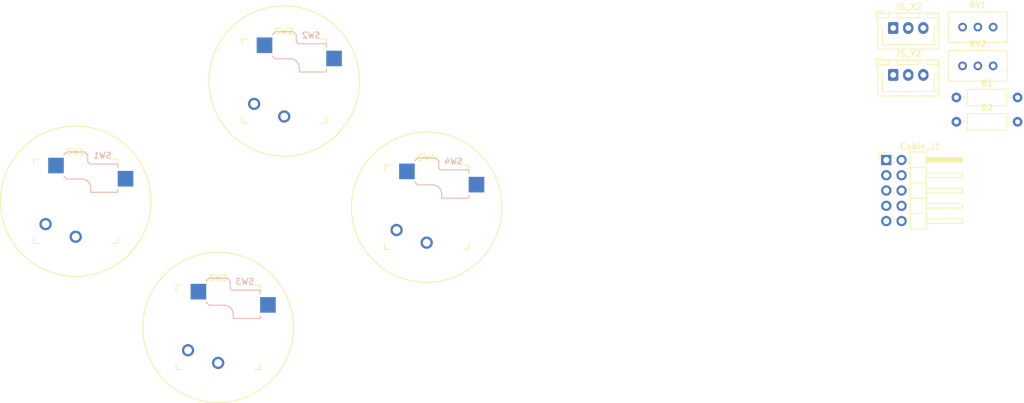
<source format=kicad_pcb>
(kicad_pcb (version 20240108) (generator "pcbnew") (generator_version "8.0")
  (layers (0 "F.Cu" signal) (31 "B.Cu" signal) (34 "B.Paste" user) (35 "F.Paste" user) (36 "B.SilkS" user "B.Silkscreen") (37 "F.SilkS" user "F.Silkscreen") (38 "B.Mask" user) (39 "F.Mask" user) (44 "Edge.Cuts" user))
  (net 0 "")
  (net 1 "/Controller_Button/BT3")
  (net 2 "/Controller_Joystick/Sig_X")
  (net 3 "/Controller_Joystick/-5v")
  (net 4 "/Controller_Joystick/+5v")
  (net 6 "/Controller_Joystick/Sig_Y")
  (net 7 "/Controller_Button/GND")
  (net 8 "/Controller_Button/BT2")
  (net 9 "/Controller_Button/BT1")
  (net 10 "/Controller_Button/BT4")
  (net 11 "Net-(JS_X2-Pin_1)")
  (net 12 "Net-(JS_X2-Pin_2)")
  (net 13 "Net-(JS_Y2-Pin_1)")
  (net 14 "Net-(JS_Y2-Pin_2)")
  (footprint "Connector_JST:JST_XH_B3B-XH-A_1x03_P2.50mm_Vertical" (layer "F.Cu") (at 232.5 76.7)
    (property "Reference" "JS_X2" (at 2.5 -3.55 0) (layer "F.SilkS"))
    (property "Value" "Conn_01x03_Socket")
    (fp_line (start -2.85 -2.75) (end -2.85 -1.5) (stroke (width 0.12)) (layer "F.SilkS"))
    (fp_line (start -2.56 -2.46) (end -2.56 3.51) (stroke (width 0.12)) (layer "F.SilkS"))
    (fp_line (start -2.56 3.51) (end 7.56 3.51) (stroke (width 0.12)) (layer "F.SilkS"))
    (fp_line (start -2.55 -2.45) (end -2.55 -1.7) (stroke (width 0.12)) (layer "F.SilkS"))
    (fp_line (start -2.55 -1.7) (end -0.75 -1.7) (stroke (width 0.12)) (layer "F.SilkS"))
    (fp_line (start -2.55 -0.2) (end -1.8 -0.2) (stroke (width 0.12)) (layer "F.SilkS"))
    (fp_line (start -1.8 -0.2) (end -1.8 2.75) (stroke (width 0.12)) (layer "F.SilkS"))
    (fp_line (start -1.8 2.75) (end 2.5 2.75) (stroke (width 0.12)) (layer "F.SilkS"))
    (fp_line (start -1.6 -2.75) (end -2.85 -2.75) (stroke (width 0.12)) (layer "F.SilkS"))
    (fp_line (start -0.75 -2.45) (end -2.55 -2.45) (stroke (width 0.12)) (layer "F.SilkS"))
    (fp_line (start -0.75 -1.7) (end -0.75 -2.45) (stroke (width 0.12)) (layer "F.SilkS"))
    (fp_line (start 0.75 -2.45) (end 0.75 -1.7) (stroke (width 0.12)) (layer "F.SilkS"))
    (fp_line (start 0.75 -1.7) (end 4.25 -1.7) (stroke (width 0.12)) (layer "F.SilkS"))
    (fp_line (start 4.25 -2.45) (end 0.75 -2.45) (stroke (width 0.12)) (layer "F.SilkS"))
    (fp_line (start 4.25 -1.7) (end 4.25 -2.45) (stroke (width 0.12)) (layer "F.SilkS"))
    (fp_line (start 5.75 -2.45) (end 5.75 -1.7) (stroke (width 0.12)) (layer "F.SilkS"))
    (fp_line (start 5.75 -1.7) (end 7.55 -1.7) (stroke (width 0.12)) (layer "F.SilkS"))
    (fp_line (start 6.8 -0.2) (end 6.8 2.75) (stroke (width 0.12)) (layer "F.SilkS"))
    (fp_line (start 6.8 2.75) (end 2.5 2.75) (stroke (width 0.12)) (layer "F.SilkS"))
    (fp_line (start 7.55 -2.45) (end 5.75 -2.45) (stroke (width 0.12)) (layer "F.SilkS"))
    (fp_line (start 7.55 -1.7) (end 7.55 -2.45) (stroke (width 0.12)) (layer "F.SilkS"))
    (fp_line (start 7.55 -0.2) (end 6.8 -0.2) (stroke (width 0.12)) (layer "F.SilkS"))
    (fp_line (start 7.56 -2.46) (end -2.56 -2.46) (stroke (width 0.12)) (layer "F.SilkS"))
    (fp_line (start 7.56 3.51) (end 7.56 -2.46) (stroke (width 0.12)) (layer "F.SilkS"))
    (pad "1" thru_hole roundrect (at 0 0) (size 1.7 1.95) (drill 0.95) (layers "*.Cu" "*.Mask") (roundrect_rratio 0.147059) (net 11 "Net-(JS_X2-Pin_1)"))
    (pad "2" thru_hole oval (at 2.5 0) (size 1.7 1.95) (drill 0.95) (layers "*.Cu" "*.Mask") (net 12 "Net-(JS_X2-Pin_2)"))
    (pad "3" thru_hole oval (at 5 0) (size 1.7 1.95) (drill 0.95) (layers "*.Cu" "*.Mask") (net 2 "/Controller_Joystick/Sig_X"))
  )
  (footprint "Kailh_Keyswitches:Kailh_socket_PG1350_optional" (layer "F.Cu") (at 131.339746 85.519238)
    (property "Reference" "SW2" (at 0 -8.255 0) (layer "F.SilkS"))
    (property "Value" "SW_Push")
    (fp_line (start -2 -7.7) (end -1.5 -8.2) (stroke (width 0.15)) (layer "B.SilkS"))
    (fp_line (start -2 -4.2) (end -1.5 -3.7) (stroke (width 0.15)) (layer "B.SilkS"))
    (fp_line (start -1.5 -8.2) (end 1.5 -8.2) (stroke (width 0.15)) (layer "B.SilkS"))
    (fp_line (start -1.5 -3.7) (end 1 -3.7) (stroke (width 0.15)) (layer "B.SilkS"))
    (fp_line (start 1.5 -8.2) (end 2 -7.7) (stroke (width 0.15)) (layer "B.SilkS"))
    (fp_line (start 2 -6.7) (end 2 -7.7) (stroke (width 0.15)) (layer "B.SilkS"))
    (fp_line (start 2.5 -2.2) (end 2.5 -1.5) (stroke (width 0.15)) (layer "B.SilkS"))
    (fp_line (start 2.5 -1.5) (end 7 -1.5) (stroke (width 0.15)) (layer "B.SilkS"))
    (fp_line (start 7 -6.2) (end 2.5 -6.2) (stroke (width 0.15)) (layer "B.SilkS"))
    (fp_line (start 7 -5.6) (end 7 -6.2) (stroke (width 0.15)) (layer "B.SilkS"))
    (fp_line (start 7 -1.5) (end 7 -2) (stroke (width 0.15)) (layer "B.SilkS"))
    (fp_arc (start 1 -3.7) (mid 2.06066 -3.26066) (end 2.5 -2.2) (stroke (width 0.15)) (layer "B.SilkS"))
    (fp_arc (start 2.5 -6.2) (mid 2.146447 -6.346447) (end 2 -6.7) (stroke (width 0.15)) (layer "B.SilkS"))
    (fp_line (start -7 -6) (end -7 -7) (stroke (width 0.15)) (layer "F.SilkS"))
    (fp_line (start -7 7) (end -7 6) (stroke (width 0.15)) (layer "F.SilkS"))
    (fp_line (start -7 7) (end -6 7) (stroke (width 0.15)) (layer "F.SilkS"))
    (fp_line (start -6 -7) (end -7 -7) (stroke (width 0.15)) (layer "F.SilkS"))
    (fp_line (start 6 7) (end 7 7) (stroke (width 0.15)) (layer "F.SilkS"))
    (fp_line (start 7 -7) (end 6 -7) (stroke (width 0.15)) (layer "F.SilkS"))
    (fp_line (start 7 -7) (end 7 -6) (stroke (width 0.15)) (layer "F.SilkS"))
    (fp_line (start 7 6) (end 7 7) (stroke (width 0.15)) (layer "F.SilkS"))
    (fp_text user "${REFERENCE}" (at 4.445 -7.62 0) (layer "B.SilkS") (effects (justify mirror)))
    (pad "" np_thru_hole circle (at -5.5 0) (size 1.7018 1.7018) (drill 1.7018) (layers "*.Cu" "*.Mask"))
    (pad "" np_thru_hole circle (at 0 -5.95) (size 3 3) (drill 3) (layers "*.Cu" "*.Mask"))
    (pad "" np_thru_hole circle (at 0 0) (size 3.429 3.429) (drill 3.429) (layers "*.Cu" "*.Mask"))
    (pad "" np_thru_hole circle (at 5 -3.75) (size 3 3) (drill 3) (layers "*.Cu" "*.Mask"))
    (pad "" np_thru_hole circle (at 5.5 0) (size 1.7018 1.7018) (drill 1.7018) (layers "*.Cu" "*.Mask"))
    (pad "1" smd rect (at -3.275 -5.95) (size 2.6 2.6) (layers "B.Cu" "B.Paste" "B.Mask") (net 8 "/Controller_Button/BT2"))
    (pad "1" thru_hole circle (at 0 5.9) (size 2.032 2.032) (drill 1.27) (layers "*.Cu" "*.Mask") (net 8 "/Controller_Button/BT2"))
    (pad "2" thru_hole circle (at -5 3.8) (size 2.032 2.032) (drill 1.27) (layers "*.Cu" "*.Mask") (net 7 "/Controller_Button/GND"))
    (pad "2" smd rect (at 8.275 -3.75) (size 2.6 2.6) (layers "B.Cu" "B.Paste" "B.Mask") (net 7 "/Controller_Button/GND"))
  )
  (footprint "Kailh_Keyswitches:Kailh_socket_PG1350_optional" (layer "F.Cu") (at 96.69873 105.519238)
    (property "Reference" "SW1" (at 0 -8.255 0) (layer "F.SilkS"))
    (property "Value" "SW_Push")
    (fp_line (start -2 -7.7) (end -1.5 -8.2) (stroke (width 0.15)) (layer "B.SilkS"))
    (fp_line (start -2 -4.2) (end -1.5 -3.7) (stroke (width 0.15)) (layer "B.SilkS"))
    (fp_line (start -1.5 -8.2) (end 1.5 -8.2) (stroke (width 0.15)) (layer "B.SilkS"))
    (fp_line (start -1.5 -3.7) (end 1 -3.7) (stroke (width 0.15)) (layer "B.SilkS"))
    (fp_line (start 1.5 -8.2) (end 2 -7.7) (stroke (width 0.15)) (layer "B.SilkS"))
    (fp_line (start 2 -6.7) (end 2 -7.7) (stroke (width 0.15)) (layer "B.SilkS"))
    (fp_line (start 2.5 -2.2) (end 2.5 -1.5) (stroke (width 0.15)) (layer "B.SilkS"))
    (fp_line (start 2.5 -1.5) (end 7 -1.5) (stroke (width 0.15)) (layer "B.SilkS"))
    (fp_line (start 7 -6.2) (end 2.5 -6.2) (stroke (width 0.15)) (layer "B.SilkS"))
    (fp_line (start 7 -5.6) (end 7 -6.2) (stroke (width 0.15)) (layer "B.SilkS"))
    (fp_line (start 7 -1.5) (end 7 -2) (stroke (width 0.15)) (layer "B.SilkS"))
    (fp_arc (start 1 -3.7) (mid 2.06066 -3.26066) (end 2.5 -2.2) (stroke (width 0.15)) (layer "B.SilkS"))
    (fp_arc (start 2.5 -6.2) (mid 2.146447 -6.346447) (end 2 -6.7) (stroke (width 0.15)) (layer "B.SilkS"))
    (fp_line (start -7 -6) (end -7 -7) (stroke (width 0.15)) (layer "F.SilkS"))
    (fp_line (start -7 7) (end -7 6) (stroke (width 0.15)) (layer "F.SilkS"))
    (fp_line (start -7 7) (end -6 7) (stroke (width 0.15)) (layer "F.SilkS"))
    (fp_line (start -6 -7) (end -7 -7) (stroke (width 0.15)) (layer "F.SilkS"))
    (fp_line (start 6 7) (end 7 7) (stroke (width 0.15)) (layer "F.SilkS"))
    (fp_line (start 7 -7) (end 6 -7) (stroke (width 0.15)) (layer "F.SilkS"))
    (fp_line (start 7 -7) (end 7 -6) (stroke (width 0.15)) (layer "F.SilkS"))
    (fp_line (start 7 6) (end 7 7) (stroke (width 0.15)) (layer "F.SilkS"))
    (fp_text user "${REFERENCE}" (at 4.445 -7.62 0) (layer "B.SilkS") (effects (justify mirror)))
    (pad "" np_thru_hole circle (at -5.5 0) (size 1.7018 1.7018) (drill 1.7018) (layers "*.Cu" "*.Mask"))
    (pad "" np_thru_hole circle (at 0 -5.95) (size 3 3) (drill 3) (layers "*.Cu" "*.Mask"))
    (pad "" np_thru_hole circle (at 0 0) (size 3.429 3.429) (drill 3.429) (layers "*.Cu" "*.Mask"))
    (pad "" np_thru_hole circle (at 5 -3.75) (size 3 3) (drill 3) (layers "*.Cu" "*.Mask"))
    (pad "" np_thru_hole circle (at 5.5 0) (size 1.7018 1.7018) (drill 1.7018) (layers "*.Cu" "*.Mask"))
    (pad "1" smd rect (at -3.275 -5.95) (size 2.6 2.6) (layers "B.Cu" "B.Paste" "B.Mask") (net 9 "/Controller_Button/BT1"))
    (pad "1" thru_hole circle (at 0 5.9) (size 2.032 2.032) (drill 1.27) (layers "*.Cu" "*.Mask") (net 9 "/Controller_Button/BT1"))
    (pad "2" thru_hole circle (at -5 3.8) (size 2.032 2.032) (drill 1.27) (layers "*.Cu" "*.Mask") (net 7 "/Controller_Button/GND"))
    (pad "2" smd rect (at 8.275 -3.75) (size 2.6 2.6) (layers "B.Cu" "B.Paste" "B.Mask") (net 7 "/Controller_Button/GND"))
  )
  (footprint "Kailh_Keyswitches:Kailh_socket_PG1350_optional" (layer "F.Cu") (at 120.358984 126.5)
    (property "Reference" "SW3" (at 0 -8.255 0) (layer "F.SilkS"))
    (property "Value" "SW_Push")
    (fp_line (start -2 -7.7) (end -1.5 -8.2) (stroke (width 0.15)) (layer "B.SilkS"))
    (fp_line (start -2 -4.2) (end -1.5 -3.7) (stroke (width 0.15)) (layer "B.SilkS"))
    (fp_line (start -1.5 -8.2) (end 1.5 -8.2) (stroke (width 0.15)) (layer "B.SilkS"))
    (fp_line (start -1.5 -3.7) (end 1 -3.7) (stroke (width 0.15)) (layer "B.SilkS"))
    (fp_line (start 1.5 -8.2) (end 2 -7.7) (stroke (width 0.15)) (layer "B.SilkS"))
    (fp_line (start 2 -6.7) (end 2 -7.7) (stroke (width 0.15)) (layer "B.SilkS"))
    (fp_line (start 2.5 -2.2) (end 2.5 -1.5) (stroke (width 0.15)) (layer "B.SilkS"))
    (fp_line (start 2.5 -1.5) (end 7 -1.5) (stroke (width 0.15)) (layer "B.SilkS"))
    (fp_line (start 7 -6.2) (end 2.5 -6.2) (stroke (width 0.15)) (layer "B.SilkS"))
    (fp_line (start 7 -5.6) (end 7 -6.2) (stroke (width 0.15)) (layer "B.SilkS"))
    (fp_line (start 7 -1.5) (end 7 -2) (stroke (width 0.15)) (layer "B.SilkS"))
    (fp_arc (start 1 -3.7) (mid 2.06066 -3.26066) (end 2.5 -2.2) (stroke (width 0.15)) (layer "B.SilkS"))
    (fp_arc (start 2.5 -6.2) (mid 2.146447 -6.346447) (end 2 -6.7) (stroke (width 0.15)) (layer "B.SilkS"))
    (fp_line (start -7 -6) (end -7 -7) (stroke (width 0.15)) (layer "F.SilkS"))
    (fp_line (start -7 7) (end -7 6) (stroke (width 0.15)) (layer "F.SilkS"))
    (fp_line (start -7 7) (end -6 7) (stroke (width 0.15)) (layer "F.SilkS"))
    (fp_line (start -6 -7) (end -7 -7) (stroke (width 0.15)) (layer "F.SilkS"))
    (fp_line (start 6 7) (end 7 7) (stroke (width 0.15)) (layer "F.SilkS"))
    (fp_line (start 7 -7) (end 6 -7) (stroke (width 0.15)) (layer "F.SilkS"))
    (fp_line (start 7 -7) (end 7 -6) (stroke (width 0.15)) (layer "F.SilkS"))
    (fp_line (start 7 6) (end 7 7) (stroke (width 0.15)) (layer "F.SilkS"))
    (fp_text user "${REFERENCE}" (at 4.445 -7.62 0) (layer "B.SilkS") (effects (justify mirror)))
    (pad "" np_thru_hole circle (at -5.5 0) (size 1.7018 1.7018) (drill 1.7018) (layers "*.Cu" "*.Mask"))
    (pad "" np_thru_hole circle (at 0 -5.95) (size 3 3) (drill 3) (layers "*.Cu" "*.Mask"))
    (pad "" np_thru_hole circle (at 0 0) (size 3.429 3.429) (drill 3.429) (layers "*.Cu" "*.Mask"))
    (pad "" np_thru_hole circle (at 5 -3.75) (size 3 3) (drill 3) (layers "*.Cu" "*.Mask"))
    (pad "" np_thru_hole circle (at 5.5 0) (size 1.7018 1.7018) (drill 1.7018) (layers "*.Cu" "*.Mask"))
    (pad "1" smd rect (at -3.275 -5.95) (size 2.6 2.6) (layers "B.Cu" "B.Paste" "B.Mask") (net 1 "/Controller_Button/BT3"))
    (pad "1" thru_hole circle (at 0 5.9) (size 2.032 2.032) (drill 1.27) (layers "*.Cu" "*.Mask") (net 1 "/Controller_Button/BT3"))
    (pad "2" thru_hole circle (at -5 3.8) (size 2.032 2.032) (drill 1.27) (layers "*.Cu" "*.Mask") (net 7 "/Controller_Button/GND"))
    (pad "2" smd rect (at 8.275 -3.75) (size 2.6 2.6) (layers "B.Cu" "B.Paste" "B.Mask") (net 7 "/Controller_Button/GND"))
  )
  (footprint "Connector_JST:JST_XH_B3B-XH-A_1x03_P2.50mm_Vertical" (layer "F.Cu") (at 232.5 84.5)
    (property "Reference" "JS_Y2" (at 2.5 -3.55 0) (layer "F.SilkS"))
    (property "Value" "Conn_01x03_Socket")
    (fp_line (start -2.85 -2.75) (end -2.85 -1.5) (stroke (width 0.12)) (layer "F.SilkS"))
    (fp_line (start -2.56 -2.46) (end -2.56 3.51) (stroke (width 0.12)) (layer "F.SilkS"))
    (fp_line (start -2.56 3.51) (end 7.56 3.51) (stroke (width 0.12)) (layer "F.SilkS"))
    (fp_line (start -2.55 -2.45) (end -2.55 -1.7) (stroke (width 0.12)) (layer "F.SilkS"))
    (fp_line (start -2.55 -1.7) (end -0.75 -1.7) (stroke (width 0.12)) (layer "F.SilkS"))
    (fp_line (start -2.55 -0.2) (end -1.8 -0.2) (stroke (width 0.12)) (layer "F.SilkS"))
    (fp_line (start -1.8 -0.2) (end -1.8 2.75) (stroke (width 0.12)) (layer "F.SilkS"))
    (fp_line (start -1.8 2.75) (end 2.5 2.75) (stroke (width 0.12)) (layer "F.SilkS"))
    (fp_line (start -1.6 -2.75) (end -2.85 -2.75) (stroke (width 0.12)) (layer "F.SilkS"))
    (fp_line (start -0.75 -2.45) (end -2.55 -2.45) (stroke (width 0.12)) (layer "F.SilkS"))
    (fp_line (start -0.75 -1.7) (end -0.75 -2.45) (stroke (width 0.12)) (layer "F.SilkS"))
    (fp_line (start 0.75 -2.45) (end 0.75 -1.7) (stroke (width 0.12)) (layer "F.SilkS"))
    (fp_line (start 0.75 -1.7) (end 4.25 -1.7) (stroke (width 0.12)) (layer "F.SilkS"))
    (fp_line (start 4.25 -2.45) (end 0.75 -2.45) (stroke (width 0.12)) (layer "F.SilkS"))
    (fp_line (start 4.25 -1.7) (end 4.25 -2.45) (stroke (width 0.12)) (layer "F.SilkS"))
    (fp_line (start 5.75 -2.45) (end 5.75 -1.7) (stroke (width 0.12)) (layer "F.SilkS"))
    (fp_line (start 5.75 -1.7) (end 7.55 -1.7) (stroke (width 0.12)) (layer "F.SilkS"))
    (fp_line (start 6.8 -0.2) (end 6.8 2.75) (stroke (width 0.12)) (layer "F.SilkS"))
    (fp_line (start 6.8 2.75) (end 2.5 2.75) (stroke (width 0.12)) (layer "F.SilkS"))
    (fp_line (start 7.55 -2.45) (end 5.75 -2.45) (stroke (width 0.12)) (layer "F.SilkS"))
    (fp_line (start 7.55 -1.7) (end 7.55 -2.45) (stroke (width 0.12)) (layer "F.SilkS"))
    (fp_line (start 7.55 -0.2) (end 6.8 -0.2) (stroke (width 0.12)) (layer "F.SilkS"))
    (fp_line (start 7.56 -2.46) (end -2.56 -2.46) (stroke (width 0.12)) (layer "F.SilkS"))
    (fp_line (start 7.56 3.51) (end 7.56 -2.46) (stroke (width 0.12)) (layer "F.SilkS"))
    (pad "1" thru_hole roundrect (at 0 0) (size 1.7 1.95) (drill 0.95) (layers "*.Cu" "*.Mask") (roundrect_rratio 0.147059) (net 13 "Net-(JS_Y2-Pin_1)"))
    (pad "2" thru_hole oval (at 2.5 0) (size 1.7 1.95) (drill 0.95) (layers "*.Cu" "*.Mask") (net 14 "Net-(JS_Y2-Pin_2)"))
    (pad "3" thru_hole oval (at 5 0) (size 1.7 1.95) (drill 0.95) (layers "*.Cu" "*.Mask") (net 6 "/Controller_Joystick/Sig_Y"))
  )
  (footprint "Potentiometer_THT:Potentiometer_Bourns_3296W_Vertical" (layer "F.Cu") (at 249.1 83)
    (property "Reference" "RV2" (at -2.54 -3.66 0) (layer "F.SilkS"))
    (property "Value" "5k")
    (fp_line (start -7.425 -2.53) (end -7.425 2.54) (stroke (width 0.12)) (layer "F.SilkS"))
    (fp_line (start -7.425 -2.53) (end 2.345 -2.53) (stroke (width 0.12)) (layer "F.SilkS"))
    (fp_line (start -7.425 2.54) (end 2.345 2.54) (stroke (width 0.12)) (layer "F.SilkS"))
    (fp_line (start 2.345 -2.53) (end 2.345 2.54) (stroke (width 0.12)) (layer "F.SilkS"))
    (pad "1" thru_hole circle (at 0 0) (size 1.44 1.44) (drill 0.8) (layers "*.Cu" "*.Mask") (net 4 "/Controller_Joystick/+5v"))
    (pad "2" thru_hole circle (at -2.54 0) (size 1.44 1.44) (drill 0.8) (layers "*.Cu" "*.Mask") (net 13 "Net-(JS_Y2-Pin_1)"))
    (pad "3" thru_hole circle (at -5.08 0) (size 1.44 1.44) (drill 0.8) (layers "*.Cu" "*.Mask") (net 13 "Net-(JS_Y2-Pin_1)"))
  )
  (footprint "Connector_PinHeader_2.54mm:PinHeader_2x05_P2.54mm_Horizontal" (layer "F.Cu") (at 231.35 98.65)
    (property "Reference" "Cable_J1" (at 5.655 -2.27 0) (layer "F.SilkS"))
    (property "Value" "Conn_02x05_Top_Bottom")
    (fp_line (start -1.27 -1.27) (end 0 -1.27) (stroke (width 0.12)) (layer "F.SilkS"))
    (fp_line (start -1.27 0) (end -1.27 -1.27) (stroke (width 0.12)) (layer "F.SilkS"))
    (fp_line (start 1.042929 2.16) (end 1.497071 2.16) (stroke (width 0.12)) (layer "F.SilkS"))
    (fp_line (start 1.042929 2.92) (end 1.497071 2.92) (stroke (width 0.12)) (layer "F.SilkS"))
    (fp_line (start 1.042929 4.7) (end 1.497071 4.7) (stroke (width 0.12)) (layer "F.SilkS"))
    (fp_line (start 1.042929 5.46) (end 1.497071 5.46) (stroke (width 0.12)) (layer "F.SilkS"))
    (fp_line (start 1.042929 7.24) (end 1.497071 7.24) (stroke (width 0.12)) (layer "F.SilkS"))
    (fp_line (start 1.042929 8) (end 1.497071 8) (stroke (width 0.12)) (layer "F.SilkS"))
    (fp_line (start 1.042929 9.78) (end 1.497071 9.78) (stroke (width 0.12)) (layer "F.SilkS"))
    (fp_line (start 1.042929 10.54) (end 1.497071 10.54) (stroke (width 0.12)) (layer "F.SilkS"))
    (fp_line (start 1.11 -0.38) (end 1.497071 -0.38) (stroke (width 0.12)) (layer "F.SilkS"))
    (fp_line (start 1.11 0.38) (end 1.497071 0.38) (stroke (width 0.12)) (layer "F.SilkS"))
    (fp_line (start 3.582929 -0.38) (end 3.98 -0.38) (stroke (width 0.12)) (layer "F.SilkS"))
    (fp_line (start 3.582929 0.38) (end 3.98 0.38) (stroke (width 0.12)) (layer "F.SilkS"))
    (fp_line (start 3.582929 2.16) (end 3.98 2.16) (stroke (width 0.12)) (layer "F.SilkS"))
    (fp_line (start 3.582929 2.92) (end 3.98 2.92) (stroke (width 0.12)) (layer "F.SilkS"))
    (fp_line (start 3.582929 4.7) (end 3.98 4.7) (stroke (width 0.12)) (layer "F.SilkS"))
    (fp_line (start 3.582929 5.46) (end 3.98 5.46) (stroke (width 0.12)) (layer "F.SilkS"))
    (fp_line (start 3.582929 7.24) (end 3.98 7.24) (stroke (width 0.12)) (layer "F.SilkS"))
    (fp_line (start 3.582929 8) (end 3.98 8) (stroke (width 0.12)) (layer "F.SilkS"))
    (fp_line (start 3.582929 9.78) (end 3.98 9.78) (stroke (width 0.12)) (layer "F.SilkS"))
    (fp_line (start 3.582929 10.54) (end 3.98 10.54) (stroke (width 0.12)) (layer "F.SilkS"))
    (fp_line (start 3.98 -1.33) (end 3.98 11.49) (stroke (width 0.12)) (layer "F.SilkS"))
    (fp_line (start 3.98 1.27) (end 6.64 1.27) (stroke (width 0.12)) (layer "F.SilkS"))
    (fp_line (start 3.98 3.81) (end 6.64 3.81) (stroke (width 0.12)) (layer "F.SilkS"))
    (fp_line (start 3.98 6.35) (end 6.64 6.35) (stroke (width 0.12)) (layer "F.SilkS"))
    (fp_line (start 3.98 8.89) (end 6.64 8.89) (stroke (width 0.12)) (layer "F.SilkS"))
    (fp_line (start 3.98 11.49) (end 6.64 11.49) (stroke (width 0.12)) (layer "F.SilkS"))
    (fp_line (start 6.64 -1.33) (end 3.98 -1.33) (stroke (width 0.12)) (layer "F.SilkS"))
    (fp_line (start 6.64 -0.38) (end 12.64 -0.38) (stroke (width 0.12)) (layer "F.SilkS"))
    (fp_line (start 6.64 -0.32) (end 12.64 -0.32) (stroke (width 0.12)) (layer "F.SilkS"))
    (fp_line (start 6.64 -0.2) (end 12.64 -0.2) (stroke (width 0.12)) (layer "F.SilkS"))
    (fp_line (start 6.64 -0.08) (end 12.64 -0.08) (stroke (width 0.12)) (layer "F.SilkS"))
    (fp_line (start 6.64 0.04) (end 12.64 0.04) (stroke (width 0.12)) (layer "F.SilkS"))
    (fp_line (start 6.64 0.16) (end 12.64 0.16) (stroke (width 0.12)) (layer "F.SilkS"))
    (fp_line (start 6.64 0.28) (end 12.64 0.28) (stroke (width 0.12)) (layer "F.SilkS"))
    (fp_line (start 6.64 2.16) (end 12.64 2.16) (stroke (width 0.12)) (layer "F.SilkS"))
    (fp_line (start 6.64 4.7) (end 12.64 4.7) (stroke (width 0.12)) (layer "F.SilkS"))
    (fp_line (start 6.64 7.24) (end 12.64 7.24) (stroke (width 0.12)) (layer "F.SilkS"))
    (fp_line (start 6.64 9.78) (end 12.64 9.78) (stroke (width 0.12)) (layer "F.SilkS"))
    (fp_line (start 6.64 11.49) (end 6.64 -1.33) (stroke (width 0.12)) (layer "F.SilkS"))
    (fp_line (start 12.64 -0.38) (end 12.64 0.38) (stroke (width 0.12)) (layer "F.SilkS"))
    (fp_line (start 12.64 0.38) (end 6.64 0.38) (stroke (width 0.12)) (layer "F.SilkS"))
    (fp_line (start 12.64 2.16) (end 12.64 2.92) (stroke (width 0.12)) (layer "F.SilkS"))
    (fp_line (start 12.64 2.92) (end 6.64 2.92) (stroke (width 0.12)) (layer "F.SilkS"))
    (fp_line (start 12.64 4.7) (end 12.64 5.46) (stroke (width 0.12)) (layer "F.SilkS"))
    (fp_line (start 12.64 5.46) (end 6.64 5.46) (stroke (width 0.12)) (layer "F.SilkS"))
    (fp_line (start 12.64 7.24) (end 12.64 8) (stroke (width 0.12)) (layer "F.SilkS"))
    (fp_line (start 12.64 8) (end 6.64 8) (stroke (width 0.12)) (layer "F.SilkS"))
    (fp_line (start 12.64 9.78) (end 12.64 10.54) (stroke (width 0.12)) (layer "F.SilkS"))
    (fp_line (start 12.64 10.54) (end 6.64 10.54) (stroke (width 0.12)) (layer "F.SilkS"))
    (pad "1" thru_hole rect (at 0 0) (size 1.7 1.7) (drill 1) (layers "*.Cu" "*.Mask") (net 9 "/Controller_Button/BT1"))
    (pad "2" thru_hole oval (at 2.54 0) (size 1.7 1.7) (drill 1) (layers "*.Cu" "*.Mask") (net 8 "/Controller_Button/BT2"))
    (pad "3" thru_hole oval (at 0 2.54) (size 1.7 1.7) (drill 1) (layers "*.Cu" "*.Mask") (net 1 "/Controller_Button/BT3"))
    (pad "4" thru_hole oval (at 2.54 2.54) (size 1.7 1.7) (drill 1) (layers "*.Cu" "*.Mask") (net 10 "/Controller_Button/BT4"))
    (pad "5" thru_hole oval (at 0 5.08) (size 1.7 1.7) (drill 1) (layers "*.Cu" "*.Mask") (net 2 "/Controller_Joystick/Sig_X"))
    (pad "6" thru_hole oval (at 2.54 5.08) (size 1.7 1.7) (drill 1) (layers "*.Cu" "*.Mask") (net 6 "/Controller_Joystick/Sig_Y"))
    (pad "7" thru_hole oval (at 0 7.62) (size 1.7 1.7) (drill 1) (layers "*.Cu" "*.Mask") (net 4 "/Controller_Joystick/+5v"))
    (pad "8" thru_hole oval (at 2.54 7.62) (size 1.7 1.7) (drill 1) (layers "*.Cu" "*.Mask") (net 7 "/Controller_Button/GND"))
    (pad "9" thru_hole oval (at 0 10.16) (size 1.7 1.7) (drill 1) (layers "*.Cu" "*.Mask") (net 3 "/Controller_Joystick/-5v"))
    (pad "10" thru_hole oval (at 2.54 10.16) (size 1.7 1.7) (drill 1) (layers "*.Cu" "*.Mask"))
  )
  (footprint "Potentiometer_THT:Potentiometer_Bourns_3296W_Vertical" (layer "F.Cu") (at 249.1 76.55)
    (property "Reference" "RV1" (at -2.54 -3.66 0) (layer "F.SilkS"))
    (property "Value" "5k")
    (fp_line (start -7.425 -2.53) (end -7.425 2.54) (stroke (width 0.12)) (layer "F.SilkS"))
    (fp_line (start -7.425 -2.53) (end 2.345 -2.53) (stroke (width 0.12)) (layer "F.SilkS"))
    (fp_line (start -7.425 2.54) (end 2.345 2.54) (stroke (width 0.12)) (layer "F.SilkS"))
    (fp_line (start 2.345 -2.53) (end 2.345 2.54) (stroke (width 0.12)) (layer "F.SilkS"))
    (pad "1" thru_hole circle (at 0 0) (size 1.44 1.44) (drill 0.8) (layers "*.Cu" "*.Mask") (net 4 "/Controller_Joystick/+5v"))
    (pad "2" thru_hole circle (at -2.54 0) (size 1.44 1.44) (drill 0.8) (layers "*.Cu" "*.Mask") (net 11 "Net-(JS_X2-Pin_1)"))
    (pad "3" thru_hole circle (at -5.08 0) (size 1.44 1.44) (drill 0.8) (layers "*.Cu" "*.Mask") (net 11 "Net-(JS_X2-Pin_1)"))
  )
  (footprint "Resistor_THT:R_Axial_DIN0207_L6.3mm_D2.5mm_P10.16mm_Horizontal" (layer "F.Cu") (at 243 88.25)
    (property "Reference" "R1" (at 5.08 -2.37 0) (layer "F.SilkS"))
    (property "Value" "2.2k")
    (fp_line (start 1.04 0) (end 1.81 0) (stroke (width 0.12)) (layer "F.SilkS"))
    (fp_line (start 1.81 -1.37) (end 1.81 1.37) (stroke (width 0.12)) (layer "F.SilkS"))
    (fp_line (start 1.81 1.37) (end 8.35 1.37) (stroke (width 0.12)) (layer "F.SilkS"))
    (fp_line (start 8.35 -1.37) (end 1.81 -1.37) (stroke (width 0.12)) (layer "F.SilkS"))
    (fp_line (start 8.35 1.37) (end 8.35 -1.37) (stroke (width 0.12)) (layer "F.SilkS"))
    (fp_line (start 9.12 0) (end 8.35 0) (stroke (width 0.12)) (layer "F.SilkS"))
    (pad "1" thru_hole circle (at 0 0) (size 1.6 1.6) (drill 0.8) (layers "*.Cu" "*.Mask") (net 3 "/Controller_Joystick/-5v"))
    (pad "2" thru_hole oval (at 10.16 0) (size 1.6 1.6) (drill 0.8) (layers "*.Cu" "*.Mask") (net 12 "Net-(JS_X2-Pin_2)"))
  )
  (footprint "Resistor_THT:R_Axial_DIN0207_L6.3mm_D2.5mm_P10.16mm_Horizontal" (layer "F.Cu") (at 243 92.3)
    (property "Reference" "R2" (at 5.08 -2.37 0) (layer "F.SilkS"))
    (property "Value" "2.2k")
    (fp_line (start 1.04 0) (end 1.81 0) (stroke (width 0.12)) (layer "F.SilkS"))
    (fp_line (start 1.81 -1.37) (end 1.81 1.37) (stroke (width 0.12)) (layer "F.SilkS"))
    (fp_line (start 1.81 1.37) (end 8.35 1.37) (stroke (width 0.12)) (layer "F.SilkS"))
    (fp_line (start 8.35 -1.37) (end 1.81 -1.37) (stroke (width 0.12)) (layer "F.SilkS"))
    (fp_line (start 8.35 1.37) (end 8.35 -1.37) (stroke (width 0.12)) (layer "F.SilkS"))
    (fp_line (start 9.12 0) (end 8.35 0) (stroke (width 0.12)) (layer "F.SilkS"))
    (pad "1" thru_hole circle (at 0 0) (size 1.6 1.6) (drill 0.8) (layers "*.Cu" "*.Mask") (net 3 "/Controller_Joystick/-5v"))
    (pad "2" thru_hole oval (at 10.16 0) (size 1.6 1.6) (drill 0.8) (layers "*.Cu" "*.Mask") (net 14 "Net-(JS_Y2-Pin_2)"))
  )
  (footprint "Kailh_Keyswitches:Kailh_socket_PG1350_optional" (layer "F.Cu") (at 155 106.5)
    (property "Reference" "SW4" (at 0 -8.255 0) (layer "F.SilkS"))
    (property "Value" "SW_Push")
    (fp_line (start -2 -7.7) (end -1.5 -8.2) (stroke (width 0.15)) (layer "B.SilkS"))
    (fp_line (start -2 -4.2) (end -1.5 -3.7) (stroke (width 0.15)) (layer "B.SilkS"))
    (fp_line (start -1.5 -8.2) (end 1.5 -8.2) (stroke (width 0.15)) (layer "B.SilkS"))
    (fp_line (start -1.5 -3.7) (end 1 -3.7) (stroke (width 0.15)) (layer "B.SilkS"))
    (fp_line (start 1.5 -8.2) (end 2 -7.7) (stroke (width 0.15)) (layer "B.SilkS"))
    (fp_line (start 2 -6.7) (end 2 -7.7) (stroke (width 0.15)) (layer "B.SilkS"))
    (fp_line (start 2.5 -2.2) (end 2.5 -1.5) (stroke (width 0.15)) (layer "B.SilkS"))
    (fp_line (start 2.5 -1.5) (end 7 -1.5) (stroke (width 0.15)) (layer "B.SilkS"))
    (fp_line (start 7 -6.2) (end 2.5 -6.2) (stroke (width 0.15)) (layer "B.SilkS"))
    (fp_line (start 7 -5.6) (end 7 -6.2) (stroke (width 0.15)) (layer "B.SilkS"))
    (fp_line (start 7 -1.5) (end 7 -2) (stroke (width 0.15)) (layer "B.SilkS"))
    (fp_arc (start 1 -3.7) (mid 2.06066 -3.26066) (end 2.5 -2.2) (stroke (width 0.15)) (layer "B.SilkS"))
    (fp_arc (start 2.5 -6.2) (mid 2.146447 -6.346447) (end 2 -6.7) (stroke (width 0.15)) (layer "B.SilkS"))
    (fp_line (start -7 -6) (end -7 -7) (stroke (width 0.15)) (layer "F.SilkS"))
    (fp_line (start -7 7) (end -7 6) (stroke (width 0.15)) (layer "F.SilkS"))
    (fp_line (start -7 7) (end -6 7) (stroke (width 0.15)) (layer "F.SilkS"))
    (fp_line (start -6 -7) (end -7 -7) (stroke (width 0.15)) (layer "F.SilkS"))
    (fp_line (start 6 7) (end 7 7) (stroke (width 0.15)) (layer "F.SilkS"))
    (fp_line (start 7 -7) (end 6 -7) (stroke (width 0.15)) (layer "F.SilkS"))
    (fp_line (start 7 -7) (end 7 -6) (stroke (width 0.15)) (layer "F.SilkS"))
    (fp_line (start 7 6) (end 7 7) (stroke (width 0.15)) (layer "F.SilkS"))
    (fp_text user "${REFERENCE}" (at 4.445 -7.62 0) (layer "B.SilkS") (effects (justify mirror)))
    (pad "" np_thru_hole circle (at -5.5 0) (size 1.7018 1.7018) (drill 1.7018) (layers "*.Cu" "*.Mask"))
    (pad "" np_thru_hole circle (at 0 -5.95) (size 3 3) (drill 3) (layers "*.Cu" "*.Mask"))
    (pad "" np_thru_hole circle (at 0 0) (size 3.429 3.429) (drill 3.429) (layers "*.Cu" "*.Mask"))
    (pad "" np_thru_hole circle (at 5 -3.75) (size 3 3) (drill 3) (layers "*.Cu" "*.Mask"))
    (pad "" np_thru_hole circle (at 5.5 0) (size 1.7018 1.7018) (drill 1.7018) (layers "*.Cu" "*.Mask"))
    (pad "1" smd rect (at -3.275 -5.95) (size 2.6 2.6) (layers "B.Cu" "B.Paste" "B.Mask") (net 10 "/Controller_Button/BT4"))
    (pad "1" thru_hole circle (at 0 5.9) (size 2.032 2.032) (drill 1.27) (layers "*.Cu" "*.Mask") (net 10 "/Controller_Button/BT4"))
    (pad "2" thru_hole circle (at -5 3.8) (size 2.032 2.032) (drill 1.27) (layers "*.Cu" "*.Mask") (net 7 "/Controller_Button/GND"))
    (pad "2" smd rect (at 8.275 -3.75) (size 2.6 2.6) (layers "B.Cu" "B.Paste" "B.Mask") (net 7 "/Controller_Button/GND"))
  )
  (gr_circle (center 120.358984 126.5) (end 132.858984 126.5) (stroke (width 0.15)) (fill none) (layer "F.SilkS"))
  (gr_circle (center 96.69873 105.519238) (end 109.19873 105.519238) (stroke (width 0.15)) (fill none) (layer "F.SilkS"))
  (gr_circle (center 131.339746 85.519238) (end 143.839746 85.519238) (stroke (width 0.15)) (fill none) (layer "F.SilkS"))
  (gr_circle (center 155 106.5) (end 167.5 106.5) (stroke (width 0.15)) (fill none) (layer "F.SilkS"))
)
</source>
